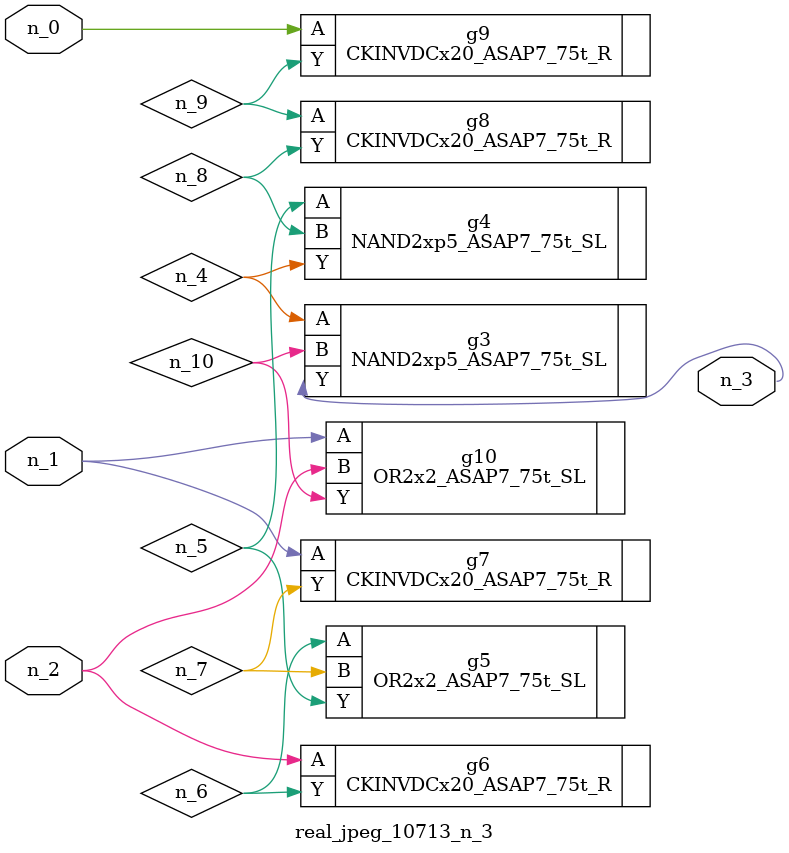
<source format=v>
module real_jpeg_10713_n_3 (n_1, n_0, n_2, n_3);

input n_1;
input n_0;
input n_2;

output n_3;

wire n_5;
wire n_4;
wire n_8;
wire n_6;
wire n_7;
wire n_10;
wire n_9;

CKINVDCx20_ASAP7_75t_R g9 ( 
.A(n_0),
.Y(n_9)
);

CKINVDCx20_ASAP7_75t_R g7 ( 
.A(n_1),
.Y(n_7)
);

OR2x2_ASAP7_75t_SL g10 ( 
.A(n_1),
.B(n_2),
.Y(n_10)
);

CKINVDCx20_ASAP7_75t_R g6 ( 
.A(n_2),
.Y(n_6)
);

NAND2xp5_ASAP7_75t_SL g3 ( 
.A(n_4),
.B(n_10),
.Y(n_3)
);

NAND2xp5_ASAP7_75t_SL g4 ( 
.A(n_5),
.B(n_8),
.Y(n_4)
);

OR2x2_ASAP7_75t_SL g5 ( 
.A(n_6),
.B(n_7),
.Y(n_5)
);

CKINVDCx20_ASAP7_75t_R g8 ( 
.A(n_9),
.Y(n_8)
);


endmodule
</source>
